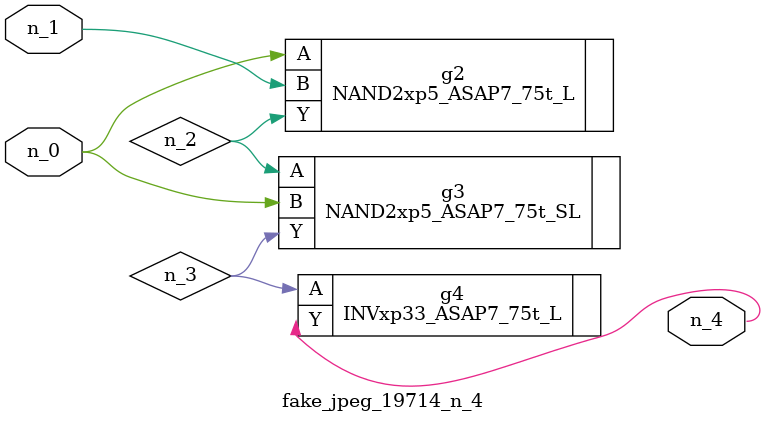
<source format=v>
module fake_jpeg_19714_n_4 (n_0, n_1, n_4);

input n_0;
input n_1;

output n_4;

wire n_2;
wire n_3;

NAND2xp5_ASAP7_75t_L g2 ( 
.A(n_0),
.B(n_1),
.Y(n_2)
);

NAND2xp5_ASAP7_75t_SL g3 ( 
.A(n_2),
.B(n_0),
.Y(n_3)
);

INVxp33_ASAP7_75t_L g4 ( 
.A(n_3),
.Y(n_4)
);


endmodule
</source>
